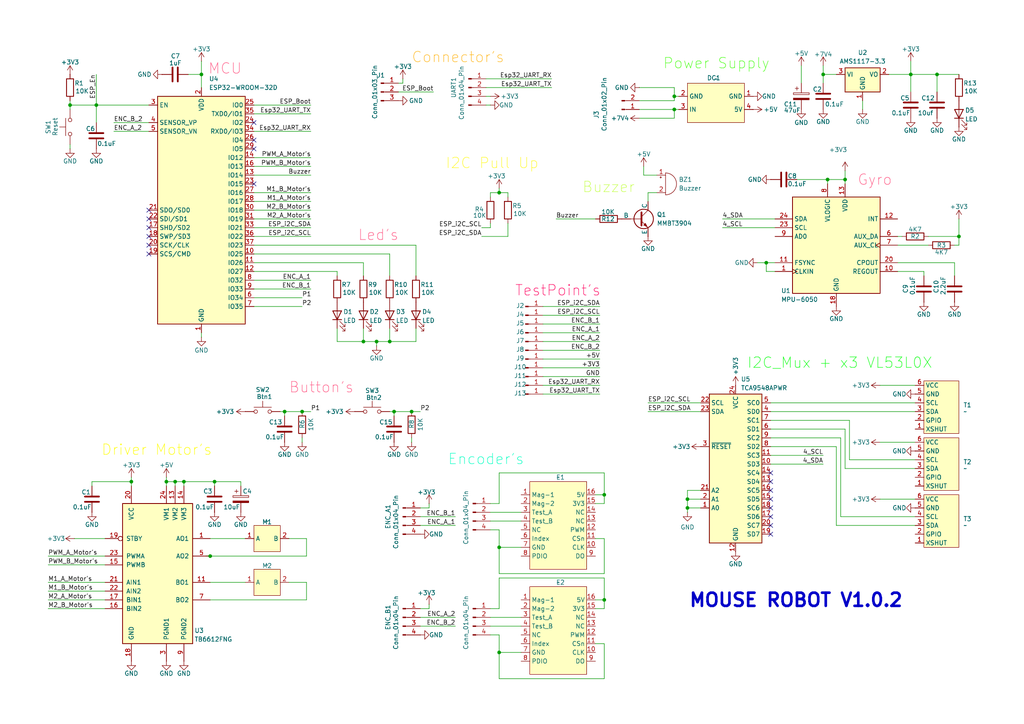
<source format=kicad_sch>
(kicad_sch (version 20231120) (generator "eeschema") (generator_version "8.0")
  (paper "A4")
  (title_block (title "Mouse-Robot") (date "14/03/24") (rev "19/05/24"))
  (junction (at 62.23 139.7))
  (junction (at 144.78 55.88))
  (junction (at 50.8 139.7))
  (junction (at 271.78 21.59))
  (junction (at 48.26 139.7))
  (junction (at 20.32 30.48))
  (junction (at 199.39 147.32))
  (junction (at 175.26 143.51))
  (junction (at 222.25 76.2))
  (junction (at 87.63 119.38))
  (junction (at 53.34 139.7))
  (junction (at 240.03 52.07))
  (junction (at 199.39 144.78))
  (junction (at 195.58 31.75))
  (junction (at 60.96 161.29))
  (junction (at 278.13 68.58))
  (junction (at 114.3 119.38))
  (junction (at 109.22 99.06))
  (junction (at 119.38 119.38))
  (junction (at 238.76 21.59))
  (junction (at 105.41 99.06))
  (junction (at 113.03 99.06))
  (junction (at 58.42 21.59))
  (junction (at 175.26 173.99))
  (junction (at 38.1 139.7))
  (junction (at 27.94 30.48))
  (junction (at 264.16 21.59))
  (junction (at 245.11 52.07))
  (junction (at 195.58 27.94))
  (junction (at 82.55 119.38))
  (junction (at 144.78 158.75))
  (junction (at 144.78 189.23))
  (no_connect (at 43.18 73.66))
  (no_connect (at 223.52 147.32))
  (no_connect (at 223.52 139.7))
  (no_connect (at 223.52 149.86))
  (no_connect (at 223.52 137.16))
  (no_connect (at 43.18 66.04))
  (no_connect (at 223.52 142.24))
  (no_connect (at 43.18 71.12))
  (no_connect (at 73.66 53.34))
  (no_connect (at 223.52 154.94))
  (no_connect (at 223.52 152.4))
  (no_connect (at 43.18 60.96))
  (no_connect (at 73.66 43.18))
  (no_connect (at 43.18 68.58))
  (no_connect (at 223.52 144.78))
  (no_connect (at 73.66 40.64))
  (no_connect (at 43.18 63.5))
  (no_connect (at 73.66 35.56))
  (wire (pts (xy 195.58 25.4) (xy 195.58 27.94)))
  (wire (pts (xy 142.24 153.67) (xy 144.78 153.67)))
  (wire (pts (xy 144.78 55.88) (xy 147.32 55.88)))
  (wire (pts (xy 260.35 68.58) (xy 261.62 68.58)))
  (wire (pts (xy 185.42 34.29) (xy 195.58 34.29)))
  (wire (pts (xy 172.72 173.99) (xy 175.26 173.99)))
  (wire (pts (xy 140.97 25.4) (xy 160.02 25.4)))
  (wire (pts (xy 157.48 114.3) (xy 173.99 114.3)))
  (wire (pts (xy 144.78 137.16) (xy 175.26 137.16)))
  (wire (pts (xy 73.66 71.12) (xy 120.65 71.12)))
  (wire (pts (xy 223.52 127) (xy 243.84 127)))
  (wire (pts (xy 139.7 66.04) (xy 142.24 66.04)))
  (wire (pts (xy 264.16 21.59) (xy 271.78 21.59)))
  (wire (pts (xy 97.79 78.74) (xy 97.79 80.01)))
  (wire (pts (xy 175.26 137.16) (xy 175.26 143.51)))
  (wire (pts (xy 264.16 17.78) (xy 264.16 21.59)))
  (wire (pts (xy 255.27 144.78) (xy 265.43 144.78)))
  (wire (pts (xy 62.23 139.7) (xy 62.23 140.97)))
  (wire (pts (xy 105.41 99.06) (xy 109.22 99.06)))
  (wire (pts (xy 144.78 153.67) (xy 144.78 158.75)))
  (wire (pts (xy 73.66 38.1) (xy 90.17 38.1)))
  (wire (pts (xy 250.19 31.75) (xy 250.19 29.21)))
  (wire (pts (xy 83.82 168.91) (xy 88.9 168.91)))
  (wire (pts (xy 157.48 99.06) (xy 173.99 99.06)))
  (wire (pts (xy 139.7 68.58) (xy 147.32 68.58)))
  (wire (pts (xy 54.61 21.59) (xy 58.42 21.59)))
  (wire (pts (xy 73.66 50.8) (xy 90.17 50.8)))
  (wire (pts (xy 113.03 99.06) (xy 120.65 99.06)))
  (wire (pts (xy 69.85 139.7) (xy 69.85 140.97)))
  (wire (pts (xy 157.48 96.52) (xy 173.99 96.52)))
  (wire (pts (xy 172.72 143.51) (xy 175.26 143.51)))
  (wire (pts (xy 87.63 127) (xy 87.63 128.27)))
  (wire (pts (xy 73.66 30.48) (xy 90.17 30.48)))
  (wire (pts (xy 172.72 156.21) (xy 175.26 156.21)))
  (wire (pts (xy 114.3 119.38) (xy 119.38 119.38)))
  (wire (pts (xy 185.42 29.21) (xy 195.58 29.21)))
  (wire (pts (xy 20.32 30.48) (xy 20.32 31.75)))
  (wire (pts (xy 195.58 27.94) (xy 195.58 29.21)))
  (wire (pts (xy 43.18 35.56) (xy 33.02 35.56)))
  (wire (pts (xy 115.57 26.67) (xy 125.73 26.67)))
  (wire (pts (xy 186.69 50.8) (xy 190.5 50.8)))
  (wire (pts (xy 58.42 17.78) (xy 58.42 21.59)))
  (wire (pts (xy 60.96 156.21) (xy 71.12 156.21)))
  (wire (pts (xy 20.32 29.21) (xy 20.32 30.48)))
  (wire (pts (xy 255.27 111.76) (xy 265.43 111.76)))
  (wire (pts (xy 271.78 21.59) (xy 271.78 26.67)))
  (wire (pts (xy 187.96 116.84) (xy 203.2 116.84)))
  (wire (pts (xy 144.78 137.16) (xy 144.78 146.05)))
  (wire (pts (xy 240.03 52.07) (xy 245.11 52.07)))
  (wire (pts (xy 243.84 149.86) (xy 265.43 149.86)))
  (wire (pts (xy 90.17 58.42) (xy 73.66 58.42)))
  (wire (pts (xy 257.81 21.59) (xy 264.16 21.59)))
  (wire (pts (xy 113.03 73.66) (xy 113.03 80.01)))
  (wire (pts (xy 246.38 133.35) (xy 265.43 133.35)))
  (wire (pts (xy 53.34 139.7) (xy 62.23 139.7)))
  (wire (pts (xy 90.17 68.58) (xy 73.66 68.58)))
  (wire (pts (xy 144.78 54.61) (xy 144.78 55.88)))
  (wire (pts (xy 144.78 184.15) (xy 144.78 189.23)))
  (wire (pts (xy 90.17 60.96) (xy 73.66 60.96)))
  (wire (pts (xy 238.76 21.59) (xy 238.76 24.13)))
  (wire (pts (xy 27.94 30.48) (xy 27.94 35.56)))
  (wire (pts (xy 186.69 48.26) (xy 186.69 50.8)))
  (wire (pts (xy 13.97 173.99) (xy 30.48 173.99)))
  (wire (pts (xy 245.11 52.07) (xy 245.11 53.34)))
  (wire (pts (xy 62.23 139.7) (xy 69.85 139.7)))
  (wire (pts (xy 223.52 132.08) (xy 238.76 132.08)))
  (wire (pts (xy 157.48 101.6) (xy 173.99 101.6)))
  (wire (pts (xy 144.78 189.23) (xy 144.78 196.85)))
  (wire (pts (xy 142.24 176.53) (xy 144.78 176.53)))
  (wire (pts (xy 199.39 148.59) (xy 199.39 147.32)))
  (wire (pts (xy 90.17 45.72) (xy 73.66 45.72)))
  (wire (pts (xy 124.46 175.26) (xy 124.46 176.53)))
  (wire (pts (xy 223.52 129.54) (xy 242.57 129.54)))
  (wire (pts (xy 157.48 111.76) (xy 173.99 111.76)))
  (wire (pts (xy 199.39 142.24) (xy 203.2 142.24)))
  (wire (pts (xy 142.24 55.88) (xy 144.78 55.88)))
  (wire (pts (xy 147.32 55.88) (xy 147.32 57.15)))
  (wire (pts (xy 144.78 158.75) (xy 144.78 166.37)))
  (wire (pts (xy 175.26 173.99) (xy 175.26 176.53)))
  (wire (pts (xy 124.46 146.05) (xy 124.46 147.32)))
  (wire (pts (xy 20.32 41.91) (xy 20.32 43.18)))
  (wire (pts (xy 142.24 146.05) (xy 144.78 146.05)))
  (wire (pts (xy 245.11 135.89) (xy 265.43 135.89)))
  (wire (pts (xy 276.86 71.12) (xy 278.13 71.12)))
  (wire (pts (xy 97.79 95.25) (xy 97.79 99.06)))
  (wire (pts (xy 90.17 63.5) (xy 73.66 63.5)))
  (wire (pts (xy 43.18 38.1) (xy 33.02 38.1)))
  (wire (pts (xy 195.58 31.75) (xy 195.58 34.29)))
  (wire (pts (xy 224.79 63.5) (xy 209.55 63.5)))
  (wire (pts (xy 97.79 99.06) (xy 105.41 99.06)))
  (wire (pts (xy 82.55 119.38) (xy 87.63 119.38)))
  (wire (pts (xy 199.39 144.78) (xy 199.39 147.32)))
  (wire (pts (xy 20.32 30.48) (xy 27.94 30.48)))
  (wire (pts (xy 255.27 128.27) (xy 265.43 128.27)))
  (wire (pts (xy 50.8 139.7) (xy 53.34 139.7)))
  (wire (pts (xy 199.39 147.32) (xy 203.2 147.32)))
  (wire (pts (xy 276.86 76.2) (xy 276.86 80.01)))
  (wire (pts (xy 120.65 71.12) (xy 120.65 80.01)))
  (wire (pts (xy 121.92 149.86) (xy 132.08 149.86)))
  (wire (pts (xy 175.26 167.64) (xy 175.26 173.99)))
  (wire (pts (xy 73.66 78.74) (xy 97.79 78.74)))
  (wire (pts (xy 114.3 119.38) (xy 114.3 120.65)))
  (wire (pts (xy 271.78 21.59) (xy 278.13 21.59)))
  (wire (pts (xy 90.17 55.88) (xy 73.66 55.88)))
  (wire (pts (xy 48.26 138.43) (xy 48.26 139.7)))
  (wire (pts (xy 26.67 139.7) (xy 38.1 139.7)))
  (wire (pts (xy 246.38 121.92) (xy 246.38 133.35)))
  (wire (pts (xy 88.9 156.21) (xy 88.9 161.29)))
  (wire (pts (xy 231.14 52.07) (xy 240.03 52.07)))
  (wire (pts (xy 87.63 119.38) (xy 90.17 119.38)))
  (wire (pts (xy 144.78 167.64) (xy 175.26 167.64)))
  (wire (pts (xy 195.58 31.75) (xy 196.85 31.75)))
  (wire (pts (xy 60.96 161.29) (xy 88.9 161.29)))
  (wire (pts (xy 50.8 139.7) (xy 50.8 140.97)))
  (wire (pts (xy 121.92 179.07) (xy 132.08 179.07)))
  (wire (pts (xy 88.9 168.91) (xy 88.9 173.99)))
  (wire (pts (xy 185.42 25.4) (xy 195.58 25.4)))
  (wire (pts (xy 238.76 19.05) (xy 238.76 21.59)))
  (wire (pts (xy 242.57 129.54) (xy 242.57 152.4)))
  (wire (pts (xy 219.71 76.2) (xy 222.25 76.2)))
  (wire (pts (xy 142.24 151.13) (xy 151.13 151.13)))
  (wire (pts (xy 187.96 55.88) (xy 190.5 55.88)))
  (wire (pts (xy 187.96 55.88) (xy 187.96 58.42)))
  (wire (pts (xy 161.29 63.5) (xy 172.72 63.5)))
  (wire (pts (xy 243.84 127) (xy 243.84 149.86)))
  (wire (pts (xy 223.52 119.38) (xy 265.43 119.38)))
  (wire (pts (xy 113.03 119.38) (xy 114.3 119.38)))
  (wire (pts (xy 27.94 21.59) (xy 27.94 30.48)))
  (wire (pts (xy 73.66 66.04) (xy 90.17 66.04)))
  (wire (pts (xy 58.42 97.79) (xy 58.42 96.52)))
  (wire (pts (xy 157.48 104.14) (xy 173.99 104.14)))
  (wire (pts (xy 60.96 168.91) (xy 71.12 168.91)))
  (wire (pts (xy 109.22 99.06) (xy 113.03 99.06)))
  (wire (pts (xy 140.97 22.86) (xy 160.02 22.86)))
  (wire (pts (xy 199.39 142.24) (xy 199.39 144.78)))
  (wire (pts (xy 82.55 119.38) (xy 82.55 120.65)))
  (wire (pts (xy 144.78 158.75) (xy 151.13 158.75)))
  (wire (pts (xy 223.52 124.46) (xy 245.11 124.46)))
  (wire (pts (xy 157.48 93.98) (xy 173.99 93.98)))
  (wire (pts (xy 185.42 31.75) (xy 195.58 31.75)))
  (wire (pts (xy 142.24 148.59) (xy 151.13 148.59)))
  (wire (pts (xy 222.25 78.74) (xy 224.79 78.74)))
  (wire (pts (xy 121.92 181.61) (xy 132.08 181.61)))
  (wire (pts (xy 222.25 76.2) (xy 224.79 76.2)))
  (wire (pts (xy 48.26 139.7) (xy 48.26 140.97)))
  (wire (pts (xy 264.16 21.59) (xy 264.16 26.67)))
  (wire (pts (xy 175.26 156.21) (xy 175.26 166.37)))
  (wire (pts (xy 157.48 109.22) (xy 173.99 109.22)))
  (wire (pts (xy 119.38 119.38) (xy 121.92 119.38)))
  (wire (pts (xy 73.66 86.36) (xy 87.63 86.36)))
  (wire (pts (xy 144.78 196.85) (xy 175.26 196.85)))
  (wire (pts (xy 172.72 176.53) (xy 175.26 176.53)))
  (wire (pts (xy 105.41 76.2) (xy 105.41 80.01)))
  (wire (pts (xy 267.97 78.74) (xy 267.97 80.01)))
  (wire (pts (xy 147.32 64.77) (xy 147.32 68.58)))
  (wire (pts (xy 175.26 143.51) (xy 175.26 146.05)))
  (wire (pts (xy 278.13 63.5) (xy 278.13 68.58)))
  (wire (pts (xy 278.13 68.58) (xy 278.13 71.12)))
  (wire (pts (xy 73.66 48.26) (xy 90.17 48.26)))
  (wire (pts (xy 260.35 78.74) (xy 267.97 78.74)))
  (wire (pts (xy 53.34 139.7) (xy 53.34 140.97)))
  (wire (pts (xy 142.24 179.07) (xy 151.13 179.07)))
  (wire (pts (xy 175.26 186.69) (xy 175.26 196.85)))
  (wire (pts (xy 187.96 119.38) (xy 203.2 119.38)))
  (wire (pts (xy 13.97 163.83) (xy 30.48 163.83)))
  (wire (pts (xy 60.96 173.99) (xy 88.9 173.99)))
  (wire (pts (xy 13.97 161.29) (xy 30.48 161.29)))
  (wire (pts (xy 172.72 186.69) (xy 175.26 186.69)))
  (wire (pts (xy 142.24 181.61) (xy 151.13 181.61)))
  (wire (pts (xy 13.97 176.53) (xy 30.48 176.53)))
  (wire (pts (xy 109.22 99.06) (xy 109.22 100.33)))
  (wire (pts (xy 144.78 167.64) (xy 144.78 176.53)))
  (wire (pts (xy 222.25 76.2) (xy 222.25 78.74)))
  (wire (pts (xy 83.82 156.21) (xy 88.9 156.21)))
  (wire (pts (xy 260.35 76.2) (xy 276.86 76.2)))
  (wire (pts (xy 59.69 161.29) (xy 60.96 161.29)))
  (wire (pts (xy 195.58 27.94) (xy 196.85 27.94)))
  (wire (pts (xy 105.41 95.25) (xy 105.41 99.06)))
  (wire (pts (xy 157.48 88.9) (xy 173.99 88.9)))
  (wire (pts (xy 142.24 64.77) (xy 142.24 66.04)))
  (wire (pts (xy 73.66 33.02) (xy 90.17 33.02)))
  (wire (pts (xy 232.41 19.05) (xy 232.41 24.13)))
  (wire (pts (xy 172.72 146.05) (xy 175.26 146.05)))
  (wire (pts (xy 21.59 156.21) (xy 30.48 156.21)))
  (wire (pts (xy 73.66 88.9) (xy 87.63 88.9)))
  (wire (pts (xy 13.97 168.91) (xy 30.48 168.91)))
  (wire (pts (xy 199.39 144.78) (xy 203.2 144.78)))
  (wire (pts (xy 27.94 30.48) (xy 43.18 30.48)))
  (wire (pts (xy 38.1 139.7) (xy 38.1 140.97)))
  (wire (pts (xy 142.24 55.88) (xy 142.24 57.15)))
  (wire (pts (xy 157.48 106.68) (xy 173.99 106.68)))
  (wire (pts (xy 144.78 189.23) (xy 151.13 189.23)))
  (wire (pts (xy 269.24 68.58) (xy 278.13 68.58)))
  (wire (pts (xy 260.35 71.12) (xy 269.24 71.12)))
  (wire (pts (xy 140.97 30.48) (xy 142.24 30.48)))
  (wire (pts (xy 73.66 73.66) (xy 113.03 73.66)))
  (wire (pts (xy 124.46 176.53) (xy 121.92 176.53)))
  (wire (pts (xy 157.48 91.44) (xy 173.99 91.44)))
  (wire (pts (xy 240.03 52.07) (xy 240.03 53.34)))
  (wire (pts (xy 120.65 95.25) (xy 120.65 99.06)))
  (wire (pts (xy 242.57 152.4) (xy 265.43 152.4)))
  (wire (pts (xy 223.52 116.84) (xy 265.43 116.84)))
  (wire (pts (xy 223.52 121.92) (xy 246.38 121.92)))
  (wire (pts (xy 119.38 127) (xy 119.38 128.27)))
  (wire (pts (xy 113.03 95.25) (xy 113.03 99.06)))
  (wire (pts (xy 26.67 139.7) (xy 26.67 140.97)))
  (wire (pts (xy 13.97 171.45) (xy 30.48 171.45)))
  (wire (pts (xy 58.42 21.59) (xy 58.42 25.4)))
  (wire (pts (xy 124.46 147.32) (xy 121.92 147.32)))
  (wire (pts (xy 73.66 76.2) (xy 105.41 76.2)))
  (wire (pts (xy 144.78 166.37) (xy 175.26 166.37)))
  (wire (pts (xy 142.24 184.15) (xy 144.78 184.15)))
  (wire (pts (xy 238.76 21.59) (xy 242.57 21.59)))
  (wire (pts (xy 209.55 66.04) (xy 224.79 66.04)))
  (wire (pts (xy 245.11 49.53) (xy 245.11 52.07)))
  (wire (pts (xy 245.11 124.46) (xy 245.11 135.89)))
  (wire (pts (xy 73.66 81.28) (xy 90.17 81.28)))
  (wire (pts (xy 48.26 139.7) (xy 50.8 139.7)))
  (wire (pts (xy 116.84 22.86) (xy 116.84 24.13)))
  (wire (pts (xy 223.52 134.62) (xy 238.76 134.62)))
  (wire (pts (xy 140.97 27.94) (xy 142.24 27.94)))
  (wire (pts (xy 73.66 83.82) (xy 90.17 83.82)))
  (wire (pts (xy 121.92 152.4) (xy 132.08 152.4)))
  (wire (pts (xy 115.57 24.13) (xy 116.84 24.13)))
  (wire (pts (xy 81.28 119.38) (xy 82.55 119.38)))
  (wire (pts (xy 38.1 138.43) (xy 38.1 139.7)))
  (text "Power Supply\n" (at 207.772 18.542 0) (effects (font (size 3.048 3.048))))
  (text "TestPoint's\n\n" (at 161.798 86.868 0) (effects (font (size 3.048 3.048))))
  (text "MCU\n" (at 65.278 20.066 0) (effects (font (size 3.048 3.048))))
  (text "Encoder's\n" (at 140.97 133.35 0) (effects (font (size 3.048 3.048))))
  (text "Buzzer\n\n" (at 176.53 56.896 0) (effects (font (size 3.048 3.048))))
  (text "Driver Motor's\n\n" (at 45.466 133.096 0) (effects (font (size 3.048 3.048))))
  (text "Button's\n" (at 93.218 112.522 0) (effects (font (size 3.048 3.048))))
  (text "Led's" (at 109.728 68.326 0) (effects (font (size 3.048 3.048))))
  (text "Connector's" (at 132.842 16.764 0) (effects (font (size 3.048 3.048))))
  (text "Gyro\n" (at 253.746 52.324 0) (effects (font (size 3.048 3.048))))
  (text "I2C_Mux + x3 VL53L0X\n" (at 243.586 105.41 0) (effects (font (size 3.048 3.048))))
  (text "MOUSE ROBOT V1.0.2" (at 230.886 174.244 0) (effects (font (size 3.81 3.81) (thickness 0.762) (bold yes))))
  (text "I2C Pull Up\n" (at 142.748 47.498 0) (effects (font (size 3.048 3.048))))
  (label "ESP_Boot" (at 125.73 26.67 180))
  (label "ENC_B_2" (at 173.99 101.6 180))
  (label "ENC_A_1" (at 173.99 96.52 180))
  (label "ESP_i2C_SCL" (at 139.7 66.04 180))
  (label "ENC_B_2" (at 132.08 181.61 180))
  (label "ENC_A_1" (at 132.08 152.4 180))
  (label "PWM_A_Motor's" (at 13.97 161.29 0))
  (label "ESP_En" (at 27.94 21.59 270))
  (label "Buzzer" (at 90.17 50.8 180))
  (label "M1_B_Motor's" (at 90.17 55.88 180))
  (label "PWM_B_Motor's" (at 90.17 48.26 180))
  (label "+5V" (at 173.99 104.14 180))
  (label "ESP_i2C_SDA" (at 139.7 68.58 180))
  (label "M2_B_Motor's" (at 13.97 176.53 0))
  (label "Buzzer" (at 161.29 63.5 0))
  (label "Esp32_UART_TX" (at 173.99 114.3 180))
  (label "ENC_A_2" (at 173.99 99.06 180))
  (label "ESP_i2C_SCL" (at 90.17 68.58 180))
  (label "ENC_A_2" (at 132.08 179.07 180))
  (label "M1_A_Motor's" (at 90.17 58.42 180))
  (label "ESP_i2C_SCL" (at 173.99 91.44 180))
  (label "M2_B_Motor's" (at 90.17 60.96 180))
  (label "4_SCL" (at 238.76 132.08 180))
  (label "ENC_B_1" (at 173.99 93.98 180))
  (label "+3V3" (at 173.99 106.68 180))
  (label "ENC_A_2" (at 33.02 38.1 0))
  (label "P2" (at 121.92 119.38 0))
  (label "M1_B_Motor's" (at 13.97 171.45 0))
  (label "ESP_i2C_SCL" (at 187.96 116.84 0))
  (label "P1" (at 87.63 86.36 0))
  (label "GND" (at 173.99 109.22 180))
  (label "PWM_B_Motor's" (at 13.97 163.83 0))
  (label "ESP_i2C_SDA" (at 90.17 66.04 180))
  (label "P2" (at 87.63 88.9 0))
  (label "4_SDA" (at 238.76 134.62 180))
  (label "ENC_A_1" (at 90.17 81.28 180))
  (label "M2_A_Motor's" (at 90.17 63.5 180))
  (label "Esp32_UART_RX" (at 173.99 111.76 180))
  (label "Esp32_UART_TX" (at 160.02 25.4 180))
  (label "ENC_B_1" (at 132.08 149.86 180))
  (label "ENC_B_1" (at 90.17 83.82 180))
  (label "M2_A_Motor's" (at 13.97 173.99 0))
  (label "P1" (at 90.17 119.38 0))
  (label "Esp32_UART_TX" (at 90.17 33.02 180))
  (label "4_SCL" (at 209.55 66.04 0))
  (label "ESP_i2C_SDA" (at 187.96 119.38 0))
  (label "M1_A_Motor's" (at 13.97 168.91 0))
  (label "Esp32_UART_RX" (at 160.02 22.86 180))
  (label "Esp32_UART_RX" (at 90.17 38.1 180))
  (label "PWM_A_Motor's" (at 90.17 45.72 180))
  (label "ENC_B_2" (at 33.02 35.56 0))
  (label "ESP_Boot" (at 90.17 30.48 180))
  (label "ESP_i2C_SDA" (at 173.99 88.9 180))
  (label "4_SDA" (at 209.55 63.5 0))
  (symbol (lib_id "Device:C") (at 264.16 30.48 0) (unit 1)
    (property "Reference" "C5" (at 261.112 28.448 0) (effects (justify left)))
    (property "Value" "0.1uF" (at 258.572 32.766 0) (effects (justify left)))
    (property "Footprint" "Capacitor_SMD:C_0805_2012Metric" (effects (hide yes)))
    (property "Description" "Unpolarized capacitor" (effects (hide yes)))
  )
  (symbol (lib_id "Connector:Conn_01x01_Pin") (at 152.4 109.22 0) (unit 1)
    (property "Reference" "J11" (at 150.876 108.966 0))
    (property "Value" "Conn_01x01_Pin" (effects (hide yes)))
    (property "Footprint" "TestPoint:TestPoint_Pad_D1.0mm" (effects (hide yes)))
    (property "Description" "Generic connector, single row, 01x01, script generated" (effects (hide yes)))
  )
  (symbol (lib_id "power:+3V3") (at 71.12 119.38 90) (unit 1)
    (property "Reference" "#PWR053" (effects (hide yes)))
    (property "Value" "+3V3" (at 65.278 119.38 90))
    (property "Description" "Power symbol creates a global label with name \"+3V3\"" (effects (hide yes)))
  )
  (symbol (lib_id "power:+3V3") (at 124.46 146.05 0) (unit 1)
    (property "Reference" "#PWR049" (effects (hide yes)))
    (property "Value" "+3V3" (at 123.698 142.748 0))
    (property "Description" "Power symbol creates a global label with name \"+3V3\"" (effects (hide yes)))
  )
  (symbol (lib_id "power:+3V3") (at 245.11 49.53 0) (unit 1)
    (property "Reference" "#PWR025" (effects (hide yes)))
    (property "Value" "+3V3" (at 243.078 43.434 0))
    (property "Description" "Power symbol creates a global label with name \"+3V3\"" (effects (hide yes)))
  )
  (symbol (lib_id "Device:C") (at 50.8 21.59 270) (unit 1)
    (property "Reference" "C7" (at 49.53 16.256 90) (effects (justify left)))
    (property "Value" "1uF" (at 49.022 18.288 90) (effects (justify left)))
    (property "Footprint" "Capacitor_SMD:C_0805_2012Metric" (effects (hide yes)))
    (property "Description" "Unpolarized capacitor" (effects (hide yes)))
  )
  (symbol (lib_id "Connector:Conn_01x04_Pin") (at 116.84 179.07 0) (unit 1)
    (property "Reference" "ENC_B1" (at 112.522 179.07 90))
    (property "Value" "Conn_01x04_Pin" (at 114.808 180.594 90))
    (property "Footprint" "Connector_PinHeader_2.54mm:PinHeader_1x04_P2.54mm_Vertical" (effects (hide yes)))
    (property "Description" "Generic connector, single row, 01x04, script generated" (effects (hide yes)))
  )
  (symbol (lib_id "Simulation_SPICE:NPN") (at 185.42 63.5 0) (unit 1)
    (property "Reference" "Q1" (at 190.5 62.2299 0) (effects (justify left)))
    (property "Value" "MMBT3904" (at 190.5 64.7699 0) (effects (justify left)))
    (property "Footprint" "Package_TO_SOT_SMD:SOT-23" (effects (hide yes)))
    (property "Datasheet" "https://ngspice.sourceforge.io/docs/ngspice-html-manual/manual.xhtml#cha_BJTs" (effects (hide yes)))
    (property "Description" "Bipolar transistor symbol for simulation only, substrate tied to the emitter" (effects (hide yes)))
    (property "Sim.Device" "NPN" (effects (hide yes)))
    (property "Sim.Type" "GUMMELPOON" (effects (hide yes)))
    (property "Sim.Pins" "1=C 2=B 3=E" (effects (hide yes)))
  )
  (symbol (lib_id "Connector:Conn_01x01_Pin") (at 152.4 101.6 0) (unit 1)
    (property "Reference" "J8" (at 150.876 101.346 0))
    (property "Value" "Conn_01x01_Pin" (effects (hide yes)))
    (property "Footprint" "TestPoint:TestPoint_Pad_D1.0mm" (effects (hide yes)))
    (property "Description" "Generic connector, single row, 01x01, script generated" (effects (hide yes)))
  )
  (symbol (lib_id "Device:R") (at 147.32 60.96 0) (unit 1)
    (property "Reference" "R5" (at 148.59 59.69 0) (effects (justify left)))
    (property "Value" "10K" (at 148.844 61.976 0) (effects (justify left)))
    (property "Footprint" "Resistor_SMD:R_0805_2012Metric" (effects (hide yes)))
    (property "Description" "Resistor" (effects (hide yes)))
  )
  (symbol (lib_id "power:GND") (at 242.57 88.9 0) (unit 1)
    (property "Reference" "#PWR024" (effects (hide yes)))
    (property "Value" "GND" (at 242.57 92.456 0))
    (property "Description" "Power symbol creates a global label with name \"GND\" , ground" (effects (hide yes)))
  )
  (symbol (lib_id "Device:Buzzer") (at 193.04 53.34 0) (unit 1)
    (property "Reference" "BZ1" (at 196.85 52.0699 0) (effects (justify left)))
    (property "Value" "Buzzer" (at 196.85 54.6099 0) (effects (justify left)))
    (property "Footprint" "Mouse_V1.0:MLT2575" (effects (hide yes)))
    (property "Description" "Buzzer, polarized" (effects (hide yes)))
  )
  (symbol (lib_id "Device:R") (at 142.24 60.96 0) (unit 1)
    (property "Reference" "R4" (at 137.668 60.706 0) (effects (justify left)))
    (property "Value" "10K" (at 137.16 62.484 0) (effects (justify left)))
    (property "Footprint" "Resistor_SMD:R_0805_2012Metric" (effects (hide yes)))
    (property "Description" "Resistor" (effects (hide yes)))
  )
  (symbol (lib_id "Device:C") (at 27.94 39.37 0) (unit 1)
    (property "Reference" "C6" (at 24.892 37.338 0) (effects (justify left)))
    (property "Value" "0.1uF" (at 28.194 41.656 0) (effects (justify left)))
    (property "Footprint" "Capacitor_SMD:C_0805_2012Metric" (effects (hide yes)))
    (property "Description" "Unpolarized capacitor" (effects (hide yes)))
  )
  (symbol (lib_id "power:GND") (at 121.92 184.15 90) (unit 1)
    (property "Reference" "#PWR047" (effects (hide yes)))
    (property "Value" "GND" (at 126.492 184.15 90))
    (property "Description" "Power symbol creates a global label with name \"GND\" , ground" (effects (hide yes)))
  )
  (symbol (lib_id "power:GND") (at 87.63 128.27 0) (unit 1)
    (property "Reference" "#PWR056" (effects (hide yes)))
    (property "Value" "GND" (at 87.63 131.826 0))
    (property "Description" "Power symbol creates a global label with name \"GND\" , ground" (effects (hide yes)))
  )
  (symbol (lib_id "power:+3V3") (at 264.16 17.78 0) (unit 1)
    (property "Reference" "#PWR02" (effects (hide yes)))
    (property "Value" "+3V3" (at 264.16 14.224 0))
    (property "Description" "Power symbol creates a global label with name \"+3V3\"" (effects (hide yes)))
  )
  (symbol (lib_id "power:GND") (at 58.42 97.79 0) (unit 1)
    (property "Reference" "#PWR015" (effects (hide yes)))
    (property "Value" "GND" (at 58.42 101.6 0))
    (property "Description" "Power symbol creates a global label with name \"GND\" , ground" (effects (hide yes)))
  )
  (symbol (lib_id "Device:R") (at 120.65 83.82 0) (unit 1)
    (property "Reference" "R11" (at 121.92 82.55 0) (effects (justify left)))
    (property "Value" "10K" (at 122.174 84.836 0) (effects (justify left)))
    (property "Footprint" "Resistor_SMD:R_0805_2012Metric" (effects (hide yes)))
    (property "Description" "Resistor" (effects (hide yes)))
  )
  (symbol (lib_id "power:GND") (at 232.41 31.75 0) (unit 1)
    (property "Reference" "#PWR045" (effects (hide yes)))
    (property "Value" "GND" (at 232.41 35.56 0))
    (property "Description" "Power symbol creates a global label with name \"GND\" , ground" (effects (hide yes)))
  )
  (symbol (lib_id "Device:R") (at 265.43 68.58 90) (unit 1)
    (property "Reference" "R2" (at 265.43 68.58 90))
    (property "Value" "4K7" (at 265.43 66.548 90))
    (property "Footprint" "Resistor_SMD:R_0805_2012Metric" (effects (hide yes)))
    (property "Description" "Resistor" (effects (hide yes)))
  )
  (symbol (lib_id "power:GND") (at 264.16 34.29 0) (unit 1)
    (property "Reference" "#PWR014" (effects (hide yes)))
    (property "Value" "GND" (at 264.16 37.846 0))
    (property "Description" "Power symbol creates a global label with name \"GND\" , ground" (effects (hide yes)))
  )
  (symbol (lib_id "Device:C_Polarized") (at 69.85 144.78 0) (unit 1)
    (property "Reference" "C4" (at 70.358 142.494 0) (effects (justify left)))
    (property "Value" "10uF" (at 64.77 147.066 0) (effects (justify left)))
    (property "Footprint" "Capacitor_Tantalum_SMD:CP_EIA-3216-18_Kemet-A" (effects (hide yes)))
    (property "Description" "Polarized capacitor" (effects (hide yes)))
  )
  (symbol (lib_id "Driver_Motor:TB6612FNG") (at 45.72 166.37 0) (unit 1)
    (property "Reference" "U3" (at 56.388 182.88 0) (effects (justify left)))
    (property "Value" "TB6612FNG" (at 56.388 185.42 0) (effects (justify left)))
    (property "Footprint" "Package_SO:SSOP-24_5.3x8.2mm_P0.65mm" (effects (hide yes)))
    (property "Datasheet" "https://toshiba.semicon-storage.com/us/product/linear/motordriver/detail.TB6612FNG.html" (effects (hide yes)))
    (property "Description" "Driver IC for Dual DC motor, SSOP-24" (effects (hide yes)))
  )
  (symbol (lib_id "power:GND") (at 213.36 160.02 0) (unit 1)
    (property "Reference" "#PWR042" (effects (hide yes)))
    (property "Value" "GND" (at 213.36 163.576 0))
    (property "Description" "Power symbol creates a global label with name \"GND\" , ground" (effects (hide yes)))
  )
  (symbol (lib_id "power:GND") (at 62.23 148.59 0) (unit 1)
    (property "Reference" "#PWR03" (effects (hide yes)))
    (property "Value" "GND" (at 62.23 152.146 0))
    (property "Description" "Power symbol creates a global label with name \"GND\" , ground" (effects (hide yes)))
  )
  (symbol (lib_id "power:+3V3") (at 102.87 119.38 90) (unit 1)
    (property "Reference" "#PWR054" (effects (hide yes)))
    (property "Value" "+3V3" (at 97.028 119.38 90))
    (property "Description" "Power symbol creates a global label with name \"+3V3\"" (effects (hide yes)))
  )
  (symbol (lib_id "power:GND") (at 69.85 148.59 0) (unit 1)
    (property "Reference" "#PWR04" (effects (hide yes)))
    (property "Value" "GND" (at 69.85 152.146 0))
    (property "Description" "Power symbol creates a global label with name \"GND\" , ground" (effects (hide yes)))
  )
  (symbol (lib_id "Connector:Conn_01x04_Pin") (at 135.89 25.4 0) (unit 1)
    (property "Reference" "UART1" (at 131.572 25.4 90))
    (property "Value" "Conn_01x04_Pin" (at 133.858 26.924 90))
    (property "Footprint" "Connector_PinHeader_2.54mm:PinHeader_1x04_P2.54mm_Vertical" (effects (hide yes)))
    (property "Description" "Generic connector, single row, 01x04, script generated" (effects (hide yes)))
  )
  (symbol (lib_id "Connector:Conn_01x04_Pin") (at 137.16 179.07 0) (unit 1)
    (property "Reference" "ENC_B3" (effects (hide yes)))
    (property "Value" "Conn_01x04_Pin" (at 135.128 180.594 90))
    (property "Footprint" "Connector_PinHeader_2.54mm:PinHeader_1x04_P2.54mm_Vertical" (effects (hide yes)))
    (property "Description" "Generic connector, single row, 01x04, script generated" (effects (hide yes)))
  )
  (symbol (lib_id "power:GND") (at 53.34 191.77 0) (unit 1)
    (property "Reference" "#PWR07" (effects (hide yes)))
    (property "Value" "GND" (at 53.34 195.326 0))
    (property "Description" "Power symbol creates a global label with name \"GND\" , ground" (effects (hide yes)))
  )
  (symbol (lib_id "power:+3V3") (at 48.26 138.43 0) (unit 1)
    (property "Reference" "#PWR010" (effects (hide yes)))
    (property "Value" "+5V" (at 48.26 134.874 0))
    (property "Description" "Power symbol creates a global label with name \"+3V3\"" (effects (hide yes)))
  )
  (symbol (lib_id "Mouse_V1.0.0:DC-DC_5V") (at 207.01 31.75 0) (unit 1)
    (property "Reference" "DC1" (at 207.01 22.606 0))
    (property "Value" "~" (at 207.645 22.86 0))
    (property "Footprint" "Mouse_V1.0:5v MODULE" (effects (hide yes)))
  )
  (symbol (lib_id "power:+3V3") (at 38.1 138.43 0) (unit 1)
    (property "Reference" "#PWR09" (effects (hide yes)))
    (property "Value" "+3V3" (at 38.1 134.874 0))
    (property "Description" "Power symbol creates a global label with name \"+3V3\"" (effects (hide yes)))
  )
  (symbol (lib_id "power:+5V") (at 185.42 34.29 90) (unit 1)
    (property "Reference" "#PWR036" (effects (hide yes)))
    (property "Value" "+7V4" (at 179.832 34.29 90))
    (property "Description" "Power symbol creates a global label with name \"+5V\"" (effects (hide yes)))
  )
  (symbol (lib_id "power:GND") (at 199.39 148.59 0) (unit 1)
    (property "Reference" "#PWR043" (effects (hide yes)))
    (property "Value" "GND" (at 199.39 152.908 0))
    (property "Description" "Power symbol creates a global label with name \"GND\" , ground" (effects (hide yes)))
  )
  (symbol (lib_id "power:GND") (at 223.52 52.07 270) (unit 1)
    (property "Reference" "#PWR023" (effects (hide yes)))
    (property "Value" "GND" (at 220.98 52.07 90) (effects (justify right)))
    (property "Description" "Power symbol creates a global label with name \"GND\" , ground" (effects (hide yes)))
  )
  (symbol (lib_id "power:+3V3") (at 144.78 54.61 0) (unit 1)
    (property "Reference" "#PWR029" (effects (hide yes)))
    (property "Value" "+3V3" (at 144.018 51.054 0))
    (property "Description" "Power symbol creates a global label with name \"+3V3\"" (effects (hide yes)))
  )
  (symbol (lib_id "Device:LED") (at 97.79 91.44 90) (unit 1)
    (property "Reference" "D1" (at 99.568 90.424 90) (effects (justify right)))
    (property "Value" "LED" (at 99.568 92.964 90) (effects (justify right)))
    (property "Footprint" "LED_SMD:LED_0805_2012Metric" (effects (hide yes)))
    (property "Description" "Light emitting diode" (effects (hide yes)))
  )
  (symbol (lib_id "Device:C") (at 82.55 124.46 0) (unit 1)
    (property "Reference" "C13" (at 77.978 122.428 0) (effects (justify left)))
    (property "Value" "0.1uF" (at 76.962 126.746 0) (effects (justify left)))
    (property "Footprint" "Capacitor_SMD:C_0805_2012Metric" (effects (hide yes)))
    (property "Description" "Unpolarized capacitor" (effects (hide yes)))
  )
  (symbol (lib_id "power:GND") (at 265.43 147.32 270) (unit 1)
    (property "Reference" "#PWR039" (effects (hide yes)))
    (property "Value" "GND" (at 260.858 147.32 90))
    (property "Description" "Power symbol creates a global label with name \"GND\" , ground" (effects (hide yes)))
  )
  (symbol (lib_id "power:GND") (at 82.55 128.27 0) (unit 1)
    (property "Reference" "#PWR055" (effects (hide yes)))
    (property "Value" "GND" (at 82.55 131.826 0))
    (property "Description" "Power symbol creates a global label with name \"GND\" , ground" (effects (hide yes)))
  )
  (symbol (lib_id "Connector:Conn_01x03_Pin") (at 110.49 26.67 0) (unit 1)
    (property "Reference" "J1" (at 110.49 21.844 0))
    (property "Value" "Conn_01x03_Pin" (at 108.712 26.67 90))
    (property "Footprint" "Connector_PinHeader_2.54mm:PinHeader_1x03_P2.54mm_Vertical" (effects (hide yes)))
    (property "Description" "Generic connector, single row, 01x03, script generated" (effects (hide yes)))
  )
  (symbol (lib_id "Switch:SW_Push") (at 20.32 36.83 90) (unit 1)
    (property "Reference" "SW1" (at 13.97 34.798 0) (effects (justify right)))
    (property "Value" "Reset" (at 16.002 34.036 0) (effects (justify right)))
    (property "Footprint" "Button_Switch_SMD:SW_SPST_SKQG_WithStem" (effects (hide yes)))
    (property "Description" "Push button switch, generic, two pins" (effects (hide yes)))
  )
  (symbol (lib_id "Connector:Conn_01x01_Pin") (at 152.4 104.14 0) (unit 1)
    (property "Reference" "J9" (at 150.876 103.886 0))
    (property "Value" "Conn_01x01_Pin" (effects (hide yes)))
    (property "Footprint" "TestPoint:TestPoint_Pad_D1.0mm" (effects (hide yes)))
    (property "Description" "Generic connector, single row, 01x01, script generated" (effects (hide yes)))
  )
  (symbol (lib_id "Device:LED") (at 105.41 91.44 90) (unit 1)
    (property "Reference" "D2" (at 107.188 90.424 90) (effects (justify right)))
    (property "Value" "LED" (at 107.188 92.964 90) (effects (justify right)))
    (property "Footprint" "LED_SMD:LED_0805_2012Metric" (effects (hide yes)))
    (property "Description" "Light emitting diode" (effects (hide yes)))
  )
  (symbol (lib_id "Device:LED") (at 113.03 91.44 90) (unit 1)
    (property "Reference" "D3" (at 114.808 90.424 90) (effects (justify right)))
    (property "Value" "LED" (at 114.808 92.964 90) (effects (justify right)))
    (property "Footprint" "LED_SMD:LED_0805_2012Metric" (effects (hide yes)))
    (property "Description" "Light emitting diode" (effects (hide yes)))
  )
  (symbol (lib_id "Device:LED") (at 120.65 91.44 90) (unit 1)
    (property "Reference" "D4" (at 122.428 90.424 90) (effects (justify right)))
    (property "Value" "LED" (at 122.428 92.964 90) (effects (justify right)))
    (property "Footprint" "LED_SMD:LED_0805_2012Metric" (effects (hide yes)))
    (property "Description" "Light emitting diode" (effects (hide yes)))
  )
  (symbol (lib_id "power:+3V3") (at 58.42 17.78 0) (unit 1)
    (property "Reference" "#PWR016" (effects (hide yes)))
    (property "Value" "+3V3" (at 58.42 14.224 0))
    (property "Description" "Power symbol creates a global label with name \"+3V3\"" (effects (hide yes)))
  )
  (symbol (lib_id "power:+3V3") (at 213.36 111.76 0) (unit 1)
    (property "Reference" "#PWR040" (effects (hide yes)))
    (property "Value" "+3V3" (at 213.36 106.172 90))
    (property "Description" "Power symbol creates a global label with name \"+3V3\"" (effects (hide yes)))
  )
  (symbol (lib_id "Device:R") (at 113.03 83.82 0) (unit 1)
    (property "Reference" "R10" (at 114.3 82.55 0) (effects (justify left)))
    (property "Value" "10K" (at 114.554 84.836 0) (effects (justify left)))
    (property "Footprint" "Resistor_SMD:R_0805_2012Metric" (effects (hide yes)))
    (property "Description" "Resistor" (effects (hide yes)))
  )
  (symbol (lib_id "Mouse_V1.0.0:Motor") (at 77.47 168.91 0) (unit 1)
    (property "Reference" "M2" (at 77.47 164.084 0))
    (property "Value" "~" (at 77.47 163.83 0))
    (property "Footprint" "Mouse_V1.0:M" (effects (hide yes)))
  )
  (symbol (lib_id "power:GND") (at 187.96 68.58 0) (unit 1)
    (property "Reference" "#PWR061" (effects (hide yes)))
    (property "Value" "GND" (at 187.96 72.136 0))
    (property "Description" "Power symbol creates a global label with name \"GND\" , ground" (effects (hide yes)))
  )
  (symbol (lib_id "power:GND") (at 276.86 87.63 0) (unit 1)
    (property "Reference" "#PWR028" (effects (hide yes)))
    (property "Value" "GND" (at 276.86 91.186 0))
    (property "Description" "Power symbol creates a global label with name \"GND\" , ground" (effects (hide yes)))
  )
  (symbol (lib_id "power:GND") (at 114.3 128.27 0) (unit 1)
    (property "Reference" "#PWR057" (effects (hide yes)))
    (property "Value" "GND" (at 114.3 131.826 0))
    (property "Description" "Power symbol creates a global label with name \"GND\" , ground" (effects (hide yes)))
  )
  (symbol (lib_id "power:+3V3") (at 21.59 156.21 90) (unit 1)
    (property "Reference" "#PWR063" (effects (hide yes)))
    (property "Value" "+3V3" (at 16.256 156.21 90))
    (property "Description" "Power symbol creates a global label with name \"+3V3\"" (effects (hide yes)))
  )
  (symbol (lib_id "Mouse_V1.0.0:TOF") (at 273.05 151.13 0) (unit 1)
    (property "Reference" "T3" (at 279.4 150.4949 0) (effects (justify left)))
    (property "Value" "~" (at 279.4 152.4 0) (effects (justify left)))
    (property "Footprint" "Connector_PinHeader_2.54mm:PinHeader_1x06_P2.54mm_Vertical" (effects (hide yes)))
  )
  (symbol (lib_id "power:+3V3") (at 255.27 111.76 90) (unit 1)
    (property "Reference" "#PWR032" (effects (hide yes)))
    (property "Value" "+3V3" (at 249.682 111.76 90))
    (property "Description" "Power symbol creates a global label with name \"+3V3\"" (effects (hide yes)))
  )
  (symbol (lib_id "Interface_Expansion:TCA9548APWR") (at 213.36 134.62 0) (unit 1)
    (property "Reference" "U5" (at 214.884 109.982 0) (effects (justify left)))
    (property "Value" "TCA9548APWR" (at 214.884 112.522 0) (effects (justify left)))
    (property "Footprint" "Package_SO:TSSOP-24_4.4x7.8mm_P0.65mm" (effects (hide yes)))
    (property "Datasheet" "http://www.ti.com/lit/ds/symlink/tca9548a.pdf" (effects (hide yes)))
    (property "Description" "Low voltage 8-channel I2C switch with reset, TSSOP-24" (effects (hide yes)))
  )
  (symbol (lib_id "Connector:Conn_01x01_Pin") (at 152.4 99.06 0) (unit 1)
    (property "Reference" "J7" (at 150.876 98.806 0))
    (property "Value" "Conn_01x01_Pin" (effects (hide yes)))
    (property "Footprint" "TestPoint:TestPoint_Pad_D1.0mm" (effects (hide yes)))
    (property "Description" "Generic connector, single row, 01x01, script generated" (effects (hide yes)))
  )
  (symbol (lib_id "power:+3V3") (at 278.13 63.5 0) (unit 1)
    (property "Reference" "#PWR027" (effects (hide yes)))
    (property "Value" "+3V3" (at 278.13 59.944 0))
    (property "Description" "Power symbol creates a global label with name \"+3V3\"" (effects (hide yes)))
  )
  (symbol (lib_id "Mouse_V1.0.0:Motor") (at 77.47 156.21 0) (unit 1)
    (property "Reference" "M1" (at 77.47 151.384 0))
    (property "Value" "~" (at 77.47 151.13 0))
    (property "Footprint" "Mouse_V1.0:M" (effects (hide yes)))
  )
  (symbol (lib_id "Regulator_Linear:AMS1117-3.3") (at 250.19 21.59 0) (unit 1)
    (property "Reference" "U2" (at 250.19 15.24 0))
    (property "Value" "AMS1117-3.3" (at 250.19 17.78 0))
    (property "Footprint" "Package_TO_SOT_SMD:SOT-223-3_TabPin2" (effects (hide yes)))
    (property "Datasheet" "http://www.advanced-monolithic.com/pdf/ds1117.pdf" (effects (hide yes)))
    (property "Description" "1A Low Dropout regulator, positive, 3.3V fixed output, SOT-223" (effects (hide yes)))
  )
  (symbol (lib_id "power:+3V3") (at 124.46 175.26 0) (unit 1)
    (property "Reference" "#PWR048" (effects (hide yes)))
    (property "Value" "+3V3" (at 123.698 171.958 0))
    (property "Description" "Power symbol creates a global label with name \"+3V3\"" (effects (hide yes)))
  )
  (symbol (lib_id "power:GND") (at 142.24 30.48 90) (unit 1)
    (property "Reference" "#PWR021" (effects (hide yes)))
    (property "Value" "GND" (at 146.812 30.48 90))
    (property "Description" "Power symbol creates a global label with name \"GND\" , ground" (effects (hide yes)))
  )
  (symbol (lib_id "RF_Module:ESP32-WROOM-32D") (at 58.42 60.96 0) (unit 1)
    (property "Reference" "U4" (at 60.6141 22.86 0) (effects (justify left)))
    (property "Value" "ESP32-WROOM-32D" (at 60.6141 25.4 0) (effects (justify left)))
    (property "Footprint" "RF_Module:ESP32-WROOM-32D" (effects (hide yes)))
    (property "Datasheet" "https://www.espressif.com/sites/default/files/documentation/esp32-wroom-32d_esp32-wroom-32u_datasheet_en.pdf" (effects (hide yes)))
    (property "Description" "RF Module, ESP32-D0WD SoC, Wi-Fi 802.11b/g/n, Bluetooth, BLE, 32-bit, 2.7-3.6V, onboard antenna, SMD" (effects (hide yes)))
  )
  (symbol (lib_id "Connector:Conn_01x04_Pin") (at 116.84 149.86 0) (unit 1)
    (property "Reference" "ENC_A1" (at 112.522 149.86 90))
    (property "Value" "Conn_01x04_Pin" (at 114.808 151.384 90))
    (property "Footprint" "Connector_PinHeader_2.54mm:PinHeader_1x04_P2.54mm_Vertical" (effects (hide yes)))
    (property "Description" "Generic connector, single row, 01x04, script generated" (effects (hide yes)))
  )
  (symbol (lib_id "power:GND") (at 238.76 31.75 0) (unit 1)
    (property "Reference" "#PWR013" (effects (hide yes)))
    (property "Value" "GND" (at 238.76 35.306 0))
    (property "Description" "Power symbol creates a global label with name \"GND\" , ground" (effects (hide yes)))
  )
  (symbol (lib_id "power:+3V3") (at 142.24 27.94 270) (unit 1)
    (property "Reference" "#PWR022" (effects (hide yes)))
    (property "Value" "+3V3" (at 147.828 27.94 90))
    (property "Description" "Power symbol creates a global label with name \"+3V3\"" (effects (hide yes)))
  )
  (symbol (lib_id "power:GND") (at 26.67 148.59 0) (unit 1)
    (property "Reference" "#PWR01" (effects (hide yes)))
    (property "Value" "GND" (at 26.67 152.146 0))
    (property "Description" "Power symbol creates a global label with name \"GND\" , ground" (effects (hide yes)))
  )
  (symbol (lib_id "Device:R") (at 105.41 83.82 0) (unit 1)
    (property "Reference" "R9" (at 106.68 82.55 0) (effects (justify left)))
    (property "Value" "10K" (at 106.934 84.836 0) (effects (justify left)))
    (property "Footprint" "Resistor_SMD:R_0805_2012Metric" (effects (hide yes)))
    (property "Description" "Resistor" (effects (hide yes)))
  )
  (symbol (lib_id "power:GND") (at 48.26 191.77 0) (unit 1)
    (property "Reference" "#PWR06" (effects (hide yes)))
    (property "Value" "GND" (at 48.26 195.326 0))
    (property "Description" "Power symbol creates a global label with name \"GND\" , ground" (effects (hide yes)))
  )
  (symbol (lib_id "Connector:Conn_01x01_Pin") (at 152.4 111.76 0) (unit 1)
    (property "Reference" "J12" (at 150.876 111.506 0))
    (property "Value" "Conn_01x01_Pin" (effects (hide yes)))
    (property "Footprint" "TestPoint:TestPoint_Pad_D1.0mm" (effects (hide yes)))
    (property "Description" "Generic connector, single row, 01x01, script generated" (effects (hide yes)))
  )
  (symbol (lib_id "Device:C") (at 276.86 83.82 0) (unit 1)
    (property "Reference" "C10" (at 271.526 85.09 90) (effects (justify left)))
    (property "Value" "2.2uF" (at 273.558 85.598 90) (effects (justify left)))
    (property "Footprint" "Capacitor_SMD:C_0805_2012Metric" (effects (hide yes)))
    (property "Description" "Unpolarized capacitor" (effects (hide yes)))
  )
  (symbol (lib_id "Device:C") (at 227.33 52.07 90) (unit 1)
    (property "Reference" "C8" (at 231.14 51.054 90) (effects (justify left)))
    (property "Value" "0.1uF" (at 233.934 53.34 90) (effects (justify left)))
    (property "Footprint" "Capacitor_SMD:C_0805_2012Metric" (effects (hide yes)))
    (property "Description" "Unpolarized capacitor" (effects (hide yes)))
  )
  (symbol (lib_id "power:GND") (at 46.99 21.59 270) (unit 1)
    (property "Reference" "#PWR020" (effects (hide yes)))
    (property "Value" "GND" (at 41.91 21.59 90))
    (property "Description" "Power symbol creates a global label with name \"GND\" , ground" (effects (hide yes)))
  )
  (symbol (lib_id "Device:R") (at 273.05 71.12 90) (unit 1)
    (property "Reference" "R3" (at 273.05 71.12 90))
    (property "Value" "4K7" (at 273.05 73.152 90))
    (property "Footprint" "Resistor_SMD:R_0805_2012Metric" (effects (hide yes)))
    (property "Description" "Resistor" (effects (hide yes)))
  )
  (symbol (lib_id "Connector:Conn_01x04_Pin") (at 137.16 148.59 0) (unit 1)
    (property "Reference" "ENC_B2" (effects (hide yes)))
    (property "Value" "Conn_01x04_Pin" (at 135.128 150.114 90))
    (property "Footprint" "Connector_PinHeader_2.54mm:PinHeader_1x04_P2.54mm_Vertical" (effects (hide yes)))
    (property "Description" "Generic connector, single row, 01x04, script generated" (effects (hide yes)))
  )
  (symbol (lib_id "Connector:Conn_01x01_Pin") (at 152.4 114.3 0) (unit 1)
    (property "Reference" "J13" (at 150.876 114.046 0))
    (property "Value" "Conn_01x01_Pin" (effects (hide yes)))
    (property "Footprint" "TestPoint:TestPoint_Pad_D1.0mm" (effects (hide yes)))
    (property "Description" "Generic connector, single row, 01x01, script generated" (effects (hide yes)))
  )
  (symbol (lib_id "Switch:SW_Push") (at 107.95 119.38 0) (unit 1)
    (property "Reference" "SW3" (at 109.982 113.284 0) (effects (justify right)))
    (property "Value" "Btn2" (at 110.744 115.316 0) (effects (justify right)))
    (property "Footprint" "Button_Switch_SMD:SW_SPST_SKQG_WithStem" (effects (hide yes)))
    (property "Description" "Push button switch, generic, two pins" (effects (hide yes)))
  )
  (symbol (lib_id "power:+3V3") (at 255.27 144.78 90) (unit 1)
    (property "Reference" "#PWR030" (effects (hide yes)))
    (property "Value" "+3V3" (at 249.682 144.78 90))
    (property "Description" "Power symbol creates a global label with name \"+3V3\"" (effects (hide yes)))
  )
  (symbol (lib_id "power:GND") (at 278.13 36.83 0) (unit 1)
    (property "Reference" "#PWR062" (effects (hide yes)))
    (property "Value" "GND" (at 278.13 40.386 0))
    (property "Description" "Power symbol creates a global label with name \"GND\" , ground" (effects (hide yes)))
  )
  (symbol (lib_id "Device:C") (at 62.23 144.78 0) (unit 1)
    (property "Reference" "C3" (at 58.928 142.494 0) (effects (justify left)))
    (property "Value" "0.1uF" (at 56.642 147.066 0) (effects (justify left)))
    (property "Footprint" "Capacitor_SMD:C_0805_2012Metric" (effects (hide yes)))
    (property "Description" "Unpolarized capacitor" (effects (hide yes)))
  )
  (symbol (lib_id "power:GND") (at 109.22 100.33 0) (unit 1)
    (property "Reference" "#PWR059" (effects (hide yes)))
    (property "Value" "GND" (at 109.22 103.886 0))
    (property "Description" "Power symbol creates a global label with name \"GND\" , ground" (effects (hide yes)))
  )
  (symbol (lib_id "Device:R") (at 278.13 25.4 0) (unit 1)
    (property "Reference" "R13" (at 279.4 24.13 0) (effects (justify left)))
    (property "Value" "10K" (at 279.654 26.416 0) (effects (justify left)))
    (property "Footprint" "Resistor_SMD:R_0805_2012Metric" (effects (hide yes)))
    (property "Description" "Resistor" (effects (hide yes)))
  )
  (symbol (lib_id "Connector:Conn_01x01_Pin") (at 152.4 93.98 0) (unit 1)
    (property "Reference" "J5" (at 150.876 93.726 0))
    (property "Value" "Conn_01x01_Pin" (effects (hide yes)))
    (property "Footprint" "TestPoint:TestPoint_Pad_D1.0mm" (effects (hide yes)))
    (property "Description" "Generic connector, single row, 01x01, script generated" (effects (hide yes)))
  )
  (symbol (lib_id "power:+3V3") (at 116.84 22.86 0) (unit 1)
    (property "Reference" "#PWR052" (effects (hide yes)))
    (property "Value" "+3V3" (at 116.84 19.304 0))
    (property "Description" "Power symbol creates a global label with name \"+3V3\"" (effects (hide yes)))
  )
  (symbol (lib_id "power:GND") (at 27.94 43.18 0) (unit 1)
    (property "Reference" "#PWR018" (effects (hide yes)))
    (property "Value" "GND" (at 27.94 46.736 0))
    (property "Description" "Power symbol creates a global label with name \"GND\" , ground" (effects (hide yes)))
  )
  (symbol (lib_id "Mouse_V1.0.0:AS5145B") (at 162.56 180.34 0) (unit 1)
    (property "Reference" "E2" (at 162.56 168.91 0))
    (property "Value" "~" (at 161.925 168.91 0))
    (property "Footprint" "Package_SO:SSOP-16_5.3x6.2mm_P0.65mm" (effects (hide yes)))
  )
  (symbol (lib_id "Connector:Conn_01x01_Pin") (at 152.4 96.52 0) (unit 1)
    (property "Reference" "J6" (at 150.876 96.266 0))
    (property "Value" "Conn_01x01_Pin" (effects (hide yes)))
    (property "Footprint" "TestPoint:TestPoint_Pad_D1.0mm" (effects (hide yes)))
    (property "Description" "Generic connector, single row, 01x01, script generated" (effects (hide yes)))
  )
  (symbol (lib_id "Device:R") (at 176.53 63.5 90) (unit 1)
    (property "Reference" "R12" (at 178.308 63.5 90) (effects (justify left)))
    (property "Value" "10K" (at 178.308 61.468 90) (effects (justify left)))
    (property "Footprint" "Resistor_SMD:R_0805_2012Metric" (effects (hide yes)))
    (property "Description" "Resistor" (effects (hide yes)))
  )
  (symbol (lib_id "power:+3V3") (at 218.44 31.75 270) (unit 1)
    (property "Reference" "#PWR033" (effects (hide yes)))
    (property "Value" "+5V" (at 223.52 31.75 90))
    (property "Description" "Power symbol creates a global label with name \"+3V3\"" (effects (hide yes)))
  )
  (symbol (lib_id "Connector:Conn_01x01_Pin") (at 152.4 88.9 0) (unit 1)
    (property "Reference" "J2" (at 150.876 88.646 0))
    (property "Value" "Conn_01x01_Pin" (effects (hide yes)))
    (property "Footprint" "TestPoint:TestPoint_Pad_D1.0mm" (effects (hide yes)))
    (property "Description" "Generic connector, single row, 01x01, script generated" (effects (hide yes)))
  )
  (symbol (lib_name "TOF_2") (lib_id "Mouse_V1.0.0:TOF") (at 273.05 134.62 0) (unit 1)
    (property "Reference" "T2" (at 279.4 133.9849 0) (effects (justify left)))
    (property "Value" "~" (at 279.4 135.89 0) (effects (justify left)))
    (property "Footprint" "Connector_PinHeader_2.54mm:PinHeader_1x06_P2.54mm_Vertical" (effects (hide yes)))
  )
  (symbol (lib_id "Connector:Conn_01x02_Pin") (at 180.34 29.21 0) (unit 1)
    (property "Reference" "J3" (at 172.974 33.274 90))
    (property "Value" "Conn_01x02_Pin" (at 175.26 30.226 90))
    (property "Footprint" "Connector_JST:JST_XH_B2B-XH-AM_1x02_P2.50mm_Vertical" (effects (hide yes)))
    (property "Description" "Generic connector, single row, 01x02, script generated" (effects (hide yes)))
  )
  (symbol (lib_id "power:GND") (at 121.92 154.94 90) (unit 1)
    (property "Reference" "#PWR050" (effects (hide yes)))
    (property "Value" "GND" (at 126.492 154.94 90))
    (property "Description" "Power symbol creates a global label with name \"GND\" , ground" (effects (hide yes)))
  )
  (symbol (lib_id "power:+3V3") (at 203.2 129.54 90) (unit 1)
    (property "Reference" "#PWR041" (effects (hide yes)))
    (property "Value" "+3V3" (at 197.612 129.54 90))
    (property "Description" "Power symbol creates a global label with name \"+3V3\"" (effects (hide yes)))
  )
  (symbol (lib_id "Sensor_Motion:MPU-6050") (at 242.57 71.12 0) (unit 1)
    (property "Reference" "U1" (at 226.568 84.328 0) (effects (justify left)))
    (property "Value" "MPU-6050" (at 226.568 86.868 0) (effects (justify left)))
    (property "Footprint" "Sensor_Motion:InvenSense_QFN-24_4x4mm_P0.5mm" (effects (hide yes)))
    (property "Datasheet" "https://invensense.tdk.com/wp-content/uploads/2015/02/MPU-6000-Datasheet1.pdf" (effects (hide yes)))
    (property "Description" "InvenSense 6-Axis Motion Sensor, Gyroscope, Accelerometer, I2C" (effects (hide yes)))
  )
  (symbol (lib_id "power:GND") (at 265.43 130.81 270) (unit 1)
    (property "Reference" "#PWR038" (effects (hide yes)))
    (property "Value" "GND" (at 260.858 130.81 90))
    (property "Description" "Power symbol creates a global label with name \"GND\" , ground" (effects (hide yes)))
  )
  (symbol (lib_id "power:GND") (at 265.43 114.3 270) (unit 1)
    (property "Reference" "#PWR037" (effects (hide yes)))
    (property "Value" "GND" (at 260.858 114.3 90))
    (property "Description" "Power symbol creates a global label with name \"GND\" , ground" (effects (hide yes)))
  )
  (symbol (lib_id "Device:C_Polarized") (at 232.41 27.94 0) (unit 1)
    (property "Reference" "C11" (at 227.33 30.226 0) (effects (justify left)))
    (property "Value" "47uF" (at 227.33 32.004 0) (effects (justify left)))
    (property "Footprint" "Capacitor_SMD:CP_Elec_6.3x5.4" (effects (hide yes)))
    (property "Description" "Polarized capacitor" (effects (hide yes)))
  )
  (symbol (lib_id "power:GND") (at 219.71 76.2 270) (unit 1)
    (property "Reference" "#PWR011" (effects (hide yes)))
    (property "Value" "GND" (at 217.17 76.2 90) (effects (justify right)))
    (property "Description" "Power symbol creates a global label with name \"GND\" , ground" (effects (hide yes)))
  )
  (symbol (lib_id "Device:C") (at 114.3 124.46 0) (unit 1)
    (property "Reference" "C15" (at 109.982 122.428 0) (effects (justify left)))
    (property "Value" "0.1uF" (at 108.712 126.746 0) (effects (justify left)))
    (property "Footprint" "Capacitor_SMD:C_0805_2012Metric" (effects (hide yes)))
    (property "Description" "Unpolarized capacitor" (effects (hide yes)))
  )
  (symbol (lib_id "Device:R") (at 119.38 123.19 180) (unit 1)
    (property "Reference" "R8" (at 119.38 121.666 90) (effects (justify left)))
    (property "Value" "10K" (at 121.92 121.158 90) (effects (justify left)))
    (property "Footprint" "Resistor_SMD:R_0805_2012Metric" (effects (hide yes)))
    (property "Description" "Resistor" (effects (hide yes)))
  )
  (symbol (lib_id "power:+3V3") (at 232.41 19.05 0) (unit 1)
    (property "Reference" "#PWR044" (effects (hide yes)))
    (property "Value" "+5V" (at 232.41 15.494 0))
    (property "Description" "Power symbol creates a global label with name \"+3V3\"" (effects (hide yes)))
  )
  (symbol (lib_id "power:GND") (at 38.1 191.77 0) (unit 1)
    (property "Reference" "#PWR05" (effects (hide yes)))
    (property "Value" "GND" (at 38.1 195.326 0))
    (property "Description" "Power symbol creates a global label with name \"GND\" , ground" (effects (hide yes)))
  )
  (symbol (lib_id "Device:R") (at 97.79 83.82 0) (unit 1)
    (property "Reference" "R7" (at 99.06 82.55 0) (effects (justify left)))
    (property "Value" "10K" (at 99.314 84.836 0) (effects (justify left)))
    (property "Footprint" "Resistor_SMD:R_0805_2012Metric" (effects (hide yes)))
    (property "Description" "Resistor" (effects (hide yes)))
  )
  (symbol (lib_id "Device:C") (at 267.97 83.82 0) (unit 1)
    (property "Reference" "C9" (at 262.636 85.09 90) (effects (justify left)))
    (property "Value" "0.1uF" (at 264.668 85.598 90) (effects (justify left)))
    (property "Footprint" "Capacitor_SMD:C_0805_2012Metric" (effects (hide yes)))
    (property "Description" "Unpolarized capacitor" (effects (hide yes)))
  )
  (symbol (lib_id "Mouse_V1.0.0:AS5145B") (at 162.56 149.86 0) (unit 1)
    (property "Reference" "E1" (at 162.56 138.43 0))
    (property "Value" "~" (at 161.925 138.43 0))
    (property "Footprint" "Package_SO:SSOP-16_5.3x6.2mm_P0.65mm" (effects (hide yes)))
  )
  (symbol (lib_id "power:GND") (at 20.32 43.18 0) (unit 1)
    (property "Reference" "#PWR019" (effects (hide yes)))
    (property "Value" "GND" (at 20.32 46.736 0))
    (property "Description" "Power symbol creates a global label with name \"GND\" , ground" (effects (hide yes)))
  )
  (symbol (lib_id "Switch:SW_Push") (at 76.2 119.38 0) (unit 1)
    (property "Reference" "SW2" (at 78.232 113.03 0) (effects (justify right)))
    (property "Value" "Btn1" (at 78.994 115.062 0) (effects (justify right)))
    (property "Footprint" "Button_Switch_SMD:SW_SPST_SKQG_WithStem" (effects (hide yes)))
    (property "Description" "Push button switch, generic, two pins" (effects (hide yes)))
  )
  (symbol (lib_name "TOF_1") (lib_id "Mouse_V1.0.0:TOF") (at 273.05 118.11 0) (unit 1)
    (property "Reference" "T1" (at 279.4 117.4749 0) (effects (justify left)))
    (property "Value" "~" (at 279.4 119.38 0) (effects (justify left)))
    (property "Footprint" "Connector_PinHeader_2.54mm:PinHeader_1x06_P2.54mm_Vertical" (effects (hide yes)))
  )
  (symbol (lib_id "Device:C") (at 26.67 144.78 0) (unit 1)
    (property "Reference" "C1" (at 23.622 142.748 0) (effects (justify left)))
    (property "Value" "0.1uF" (at 21.082 147.066 0) (effects (justify left)))
    (property "Footprint" "Capacitor_SMD:C_0805_2012Metric" (effects (hide yes)))
    (property "Description" "Unpolarized capacitor" (effects (hide yes)))
  )
  (symbol (lib_id "power:+3V3") (at 255.27 128.27 90) (unit 1)
    (property "Reference" "#PWR031" (effects (hide yes)))
    (property "Value" "+3V3" (at 249.682 128.27 90))
    (property "Description" "Power symbol creates a global label with name \"+3V3\"" (effects (hide yes)))
  )
  (symbol (lib_id "power:+5V") (at 238.76 19.05 0) (unit 1)
    (property "Reference" "#PWR012" (effects (hide yes)))
    (property "Value" "+7V4" (at 238.76 15.748 0))
    (property "Description" "Power symbol creates a global label with name \"+5V\"" (effects (hide yes)))
  )
  (symbol (lib_id "Device:R") (at 20.32 25.4 0) (unit 1)
    (property "Reference" "R1" (at 21.59 24.13 0) (effects (justify left)))
    (property "Value" "10K" (at 21.844 26.416 0) (effects (justify left)))
    (property "Footprint" "Resistor_SMD:R_0805_2012Metric" (effects (hide yes)))
    (property "Description" "Resistor" (effects (hide yes)))
  )
  (symbol (lib_id "power:+3V3") (at 186.69 48.26 0) (unit 1)
    (property "Reference" "#PWR060" (effects (hide yes)))
    (property "Value" "+5V" (at 186.69 44.704 0))
    (property "Description" "Power symbol creates a global label with name \"+3V3\"" (effects (hide yes)))
  )
  (symbol (lib_id "Device:LED") (at 278.13 33.02 90) (unit 1)
    (property "Reference" "D5" (at 279.908 32.004 90) (effects (justify right)))
    (property "Value" "LED" (at 279.908 34.544 90) (effects (justify right)))
    (property "Footprint" "LED_SMD:LED_0805_2012Metric" (effects (hide yes)))
    (property "Description" "Light emitting diode" (effects (hide yes)))
  )
  (symbol (lib_id "power:GND") (at 267.97 87.63 0) (unit 1)
    (property "Reference" "#PWR026" (effects (hide yes)))
    (property "Value" "GND" (at 267.97 91.186 0))
    (property "Description" "Power symbol creates a global label with name \"GND\" , ground" (effects (hide yes)))
  )
  (symbol (lib_id "Connector:Conn_01x01_Pin") (at 152.4 91.44 0) (unit 1)
    (property "Reference" "J4" (at 150.876 91.186 0))
    (property "Value" "Conn_01x01_Pin" (effects (hide yes)))
    (property "Footprint" "TestPoint:TestPoint_Pad_D1.0mm" (effects (hide yes)))
    (property "Description" "Generic connector, single row, 01x01, script generated" (effects (hide yes)))
  )
  (symbol (lib_id "Device:C") (at 238.76 27.94 0) (unit 1)
    (property "Reference" "C2" (at 235.712 25.908 0) (effects (justify left)))
    (property "Value" "0.1uF" (at 239.268 30.226 0) (effects (justify left)))
    (property "Footprint" "Capacitor_SMD:C_0805_2012Metric" (effects (hide yes)))
    (property "Description" "Unpolarized capacitor" (effects (hide yes)))
  )
  (symbol (lib_id "power:GND") (at 250.19 31.75 0) (unit 1)
    (property "Reference" "#PWR08" (effects (hide yes)))
    (property "Value" "GND" (at 250.19 35.306 0))
    (property "Description" "Power symbol creates a global label with name \"GND\" , ground" (effects (hide yes)))
  )
  (symbol (lib_id "power:GND") (at 115.57 29.21 90) (unit 1)
    (property "Reference" "#PWR051" (effects (hide yes)))
    (property "Value" "GND" (at 120.65 29.21 90))
    (property "Description" "Power symbol creates a global label with name \"GND\" , ground" (effects (hide yes)))
  )
  (symbol (lib_id "power:GND") (at 218.44 27.94 90) (unit 1)
    (property "Reference" "#PWR034" (effects (hide yes)))
    (property "Value" "GND" (at 223.012 27.94 90))
    (property "Description" "Power symbol creates a global label with name \"GND\" , ground" (effects (hide yes)))
  )
  (symbol (lib_id "power:GND") (at 185.42 25.4 270) (unit 1)
    (property "Reference" "#PWR035" (effects (hide yes)))
    (property "Value" "GND" (at 180.34 25.4 90))
    (property "Description" "Power symbol creates a global label with name \"GND\" , ground" (effects (hide yes)))
  )
  (symbol (lib_id "Device:R") (at 87.63 123.19 180) (unit 1)
    (property "Reference" "R6" (at 87.63 121.666 90) (effects (justify left)))
    (property "Value" "10K" (at 90.17 121.158 90) (effects (justify left)))
    (property "Footprint" "Resistor_SMD:R_0805_2012Metric" (effects (hide yes)))
    (property "Description" "Resistor" (effects (hide yes)))
  )
  (symbol (lib_id "Connector:Conn_01x01_Pin") (at 152.4 106.68 0) (unit 1)
    (property "Reference" "J10" (at 150.876 106.426 0))
    (property "Value" "Conn_01x01_Pin" (effects (hide yes)))
    (property "Footprint" "TestPoint:TestPoint_Pad_D1.0mm" (effects (hide yes)))
    (property "Description" "Generic connector, single row, 01x01, script generated" (effects (hide yes)))
  )
  (symbol (lib_id "power:GND") (at 271.78 34.29 0) (unit 1)
    (property "Reference" "#PWR046" (effects (hide yes)))
    (property "Value" "GND" (at 271.78 37.846 0))
    (property "Description" "Power symbol creates a global label with name \"GND\" , ground" (effects (hide yes)))
  )
  (symbol (lib_id "Device:C") (at 271.78 30.48 0) (unit 1)
    (property "Reference" "C12" (at 267.208 28.448 0) (effects (justify left)))
    (property "Value" "10uf" (at 266.192 32.766 0) (effects (justify left)))
    (property "Footprint" "Capacitor_SMD:C_0805_2012Metric" (effects (hide yes)))
    (property "Description" "Unpolarized capacitor" (effects (hide yes)))
  )
  (symbol (lib_id "power:GND") (at 119.38 128.27 0) (unit 1)
    (property "Reference" "#PWR058" (effects (hide yes)))
    (property "Value" "GND" (at 119.38 131.826 0))
    (property "Description" "Power symbol creates a global label with name \"GND\" , ground" (effects (hide yes)))
  )
  (symbol (lib_id "power:+3V3") (at 20.32 21.59 0) (unit 1)
    (property "Reference" "#PWR017" (effects (hide yes)))
    (property "Value" "+3V3" (at 20.32 18.034 0))
    (property "Description" "Power symbol creates a global label with name \"+3V3\"" (effects (hide yes)))
  )
)
</source>
